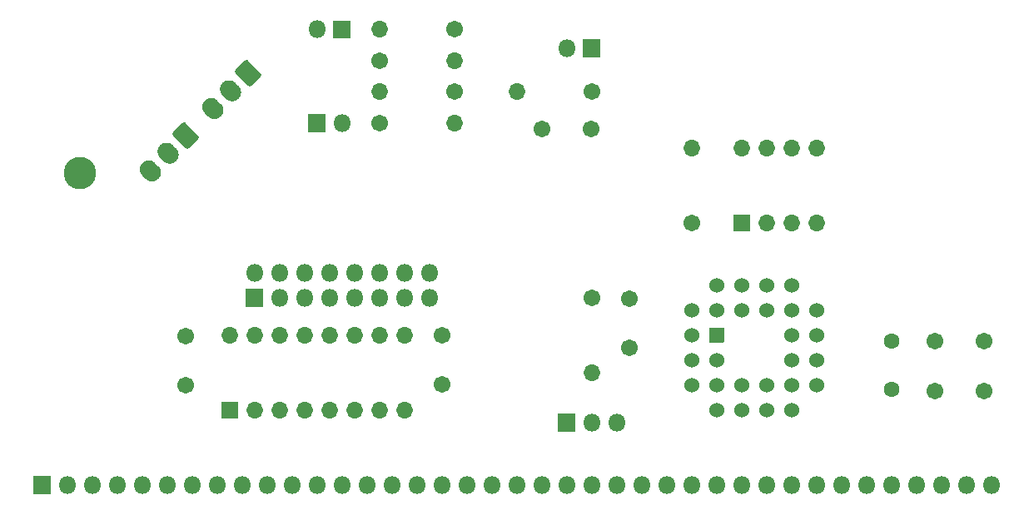
<source format=gbr>
G04 #@! TF.GenerationSoftware,KiCad,Pcbnew,(5.1.10)-1*
G04 #@! TF.CreationDate,2021-10-20T19:59:30+02:00*
G04 #@! TF.ProjectId,Arcnet,4172636e-6574-42e6-9b69-6361645f7063,rev?*
G04 #@! TF.SameCoordinates,Original*
G04 #@! TF.FileFunction,Soldermask,Top*
G04 #@! TF.FilePolarity,Negative*
%FSLAX46Y46*%
G04 Gerber Fmt 4.6, Leading zero omitted, Abs format (unit mm)*
G04 Created by KiCad (PCBNEW (5.1.10)-1) date 2021-10-20 19:59:30*
%MOMM*%
%LPD*%
G01*
G04 APERTURE LIST*
%ADD10C,1.524400*%
%ADD11O,1.702000X1.702000*%
%ADD12C,1.702000*%
%ADD13C,1.602000*%
%ADD14O,1.802000X1.802000*%
%ADD15C,3.302000*%
%ADD16C,0.100000*%
G04 APERTURE END LIST*
D10*
X183515000Y-99695000D03*
X186055000Y-99695000D03*
X188595000Y-99695000D03*
X180975000Y-102235000D03*
X186055000Y-102235000D03*
X188595000Y-102235000D03*
X191135000Y-102235000D03*
X193675000Y-102235000D03*
X193675000Y-104775000D03*
X193675000Y-107315000D03*
X193675000Y-109855000D03*
X191135000Y-99695000D03*
X191135000Y-104775000D03*
X191135000Y-107315000D03*
X191135000Y-109855000D03*
X191135000Y-112395000D03*
X188595000Y-112395000D03*
X186055000Y-112395000D03*
X183515000Y-112395000D03*
X188595000Y-109855000D03*
X186055000Y-109855000D03*
X183515000Y-109855000D03*
X180975000Y-104775000D03*
X180975000Y-109855000D03*
X180975000Y-107315000D03*
X183515000Y-102235000D03*
X183515000Y-107315000D03*
G36*
G01*
X184226200Y-105537200D02*
X182803800Y-105537200D01*
G75*
G02*
X182752800Y-105486200I0J51000D01*
G01*
X182752800Y-104063800D01*
G75*
G02*
X182803800Y-104012800I51000J0D01*
G01*
X184226200Y-104012800D01*
G75*
G02*
X184277200Y-104063800I0J-51000D01*
G01*
X184277200Y-105486200D01*
G75*
G02*
X184226200Y-105537200I-51000J0D01*
G01*
G37*
D11*
X170815000Y-108585000D03*
D12*
X170815000Y-100965000D03*
X155575000Y-104775000D03*
X155575000Y-109775000D03*
D13*
X201295000Y-110290000D03*
X201295000Y-105410000D03*
D14*
X173355000Y-113665000D03*
X170815000Y-113665000D03*
G36*
G01*
X169125000Y-114566000D02*
X167425000Y-114566000D01*
G75*
G02*
X167374000Y-114515000I0J51000D01*
G01*
X167374000Y-112815000D01*
G75*
G02*
X167425000Y-112764000I51000J0D01*
G01*
X169125000Y-112764000D01*
G75*
G02*
X169176000Y-112815000I0J-51000D01*
G01*
X169176000Y-114515000D01*
G75*
G02*
X169125000Y-114566000I-51000J0D01*
G01*
G37*
D11*
X180975000Y-85725000D03*
D12*
X180975000Y-93345000D03*
X170735000Y-83820000D03*
X165735000Y-83820000D03*
D11*
X186055000Y-85725000D03*
X193675000Y-93345000D03*
X188595000Y-85725000D03*
X191135000Y-93345000D03*
X191135000Y-85725000D03*
X188595000Y-93345000D03*
X193675000Y-85725000D03*
G36*
G01*
X186855000Y-94196000D02*
X185255000Y-94196000D01*
G75*
G02*
X185204000Y-94145000I0J51000D01*
G01*
X185204000Y-92545000D01*
G75*
G02*
X185255000Y-92494000I51000J0D01*
G01*
X186855000Y-92494000D01*
G75*
G02*
X186906000Y-92545000I0J-51000D01*
G01*
X186906000Y-94145000D01*
G75*
G02*
X186855000Y-94196000I-51000J0D01*
G01*
G37*
X149225000Y-73660000D03*
D12*
X156845000Y-73660000D03*
D11*
X156845000Y-83185000D03*
D12*
X149225000Y-83185000D03*
D14*
X142875000Y-73660000D03*
G36*
G01*
X144565000Y-72759000D02*
X146265000Y-72759000D01*
G75*
G02*
X146316000Y-72810000I0J-51000D01*
G01*
X146316000Y-74510000D01*
G75*
G02*
X146265000Y-74561000I-51000J0D01*
G01*
X144565000Y-74561000D01*
G75*
G02*
X144514000Y-74510000I0J51000D01*
G01*
X144514000Y-72810000D01*
G75*
G02*
X144565000Y-72759000I51000J0D01*
G01*
G37*
X145415000Y-83185000D03*
G36*
G01*
X143725000Y-84086000D02*
X142025000Y-84086000D01*
G75*
G02*
X141974000Y-84035000I0J51000D01*
G01*
X141974000Y-82335000D01*
G75*
G02*
X142025000Y-82284000I51000J0D01*
G01*
X143725000Y-82284000D01*
G75*
G02*
X143776000Y-82335000I0J-51000D01*
G01*
X143776000Y-84035000D01*
G75*
G02*
X143725000Y-84086000I-51000J0D01*
G01*
G37*
G36*
G01*
X132790044Y-80886758D02*
X133108242Y-81204956D01*
G75*
G02*
X133108242Y-82507446I-651245J-651245D01*
G01*
X133108242Y-82507446D01*
G75*
G02*
X131805752Y-82507446I-651245J651245D01*
G01*
X131487554Y-82189248D01*
G75*
G02*
X131487554Y-80886758I651245J651245D01*
G01*
X131487554Y-80886758D01*
G75*
G02*
X132790044Y-80886758I651245J-651245D01*
G01*
G37*
G36*
G01*
X134586095Y-79090707D02*
X134904293Y-79408905D01*
G75*
G02*
X134904293Y-80711395I-651245J-651245D01*
G01*
X134904293Y-80711395D01*
G75*
G02*
X133601803Y-80711395I-651245J651245D01*
G01*
X133283605Y-80393197D01*
G75*
G02*
X133283605Y-79090707I651245J651245D01*
G01*
X133283605Y-79090707D01*
G75*
G02*
X134586095Y-79090707I651245J-651245D01*
G01*
G37*
G36*
G01*
X135918040Y-76830549D02*
X137164451Y-78076960D01*
G75*
G02*
X137164451Y-78451238I-187139J-187139D01*
G01*
X136236238Y-79379451D01*
G75*
G02*
X135861960Y-79379451I-187139J187139D01*
G01*
X134615549Y-78133040D01*
G75*
G02*
X134615549Y-77758762I187139J187139D01*
G01*
X135543762Y-76830549D01*
G75*
G02*
X135918040Y-76830549I187139J-187139D01*
G01*
G37*
G36*
G01*
X126440044Y-87236758D02*
X126758242Y-87554956D01*
G75*
G02*
X126758242Y-88857446I-651245J-651245D01*
G01*
X126758242Y-88857446D01*
G75*
G02*
X125455752Y-88857446I-651245J651245D01*
G01*
X125137554Y-88539248D01*
G75*
G02*
X125137554Y-87236758I651245J651245D01*
G01*
X125137554Y-87236758D01*
G75*
G02*
X126440044Y-87236758I651245J-651245D01*
G01*
G37*
G36*
G01*
X128236095Y-85440707D02*
X128554293Y-85758905D01*
G75*
G02*
X128554293Y-87061395I-651245J-651245D01*
G01*
X128554293Y-87061395D01*
G75*
G02*
X127251803Y-87061395I-651245J651245D01*
G01*
X126933605Y-86743197D01*
G75*
G02*
X126933605Y-85440707I651245J651245D01*
G01*
X126933605Y-85440707D01*
G75*
G02*
X128236095Y-85440707I651245J-651245D01*
G01*
G37*
G36*
G01*
X129568040Y-83180549D02*
X130814451Y-84426960D01*
G75*
G02*
X130814451Y-84801238I-187139J-187139D01*
G01*
X129886238Y-85729451D01*
G75*
G02*
X129511960Y-85729451I-187139J187139D01*
G01*
X128265549Y-84483040D01*
G75*
G02*
X128265549Y-84108762I187139J187139D01*
G01*
X129193762Y-83180549D01*
G75*
G02*
X129568040Y-83180549I187139J-187139D01*
G01*
G37*
D11*
X156845000Y-76835000D03*
D12*
X149225000Y-76835000D03*
D11*
X149225000Y-80010000D03*
D12*
X156845000Y-80010000D03*
D11*
X163195000Y-80010000D03*
D12*
X170815000Y-80010000D03*
D14*
X168275000Y-75565000D03*
G36*
G01*
X169965000Y-74664000D02*
X171665000Y-74664000D01*
G75*
G02*
X171716000Y-74715000I0J-51000D01*
G01*
X171716000Y-76415000D01*
G75*
G02*
X171665000Y-76466000I-51000J0D01*
G01*
X169965000Y-76466000D01*
G75*
G02*
X169914000Y-76415000I0J51000D01*
G01*
X169914000Y-74715000D01*
G75*
G02*
X169965000Y-74664000I51000J0D01*
G01*
G37*
D12*
X174625000Y-101045000D03*
X174625000Y-106045000D03*
X129540000Y-104855000D03*
X129540000Y-109855000D03*
D11*
X133985000Y-104775000D03*
X151765000Y-112395000D03*
X136525000Y-104775000D03*
X149225000Y-112395000D03*
X139065000Y-104775000D03*
X146685000Y-112395000D03*
X141605000Y-104775000D03*
X144145000Y-112395000D03*
X144145000Y-104775000D03*
X141605000Y-112395000D03*
X146685000Y-104775000D03*
X139065000Y-112395000D03*
X149225000Y-104775000D03*
X136525000Y-112395000D03*
X151765000Y-104775000D03*
G36*
G01*
X134785000Y-113246000D02*
X133185000Y-113246000D01*
G75*
G02*
X133134000Y-113195000I0J51000D01*
G01*
X133134000Y-111595000D01*
G75*
G02*
X133185000Y-111544000I51000J0D01*
G01*
X134785000Y-111544000D01*
G75*
G02*
X134836000Y-111595000I0J-51000D01*
G01*
X134836000Y-113195000D01*
G75*
G02*
X134785000Y-113246000I-51000J0D01*
G01*
G37*
D14*
X154305000Y-98425000D03*
X154305000Y-100965000D03*
X151765000Y-98425000D03*
X151765000Y-100965000D03*
X149225000Y-98425000D03*
X149225000Y-100965000D03*
X146685000Y-98425000D03*
X146685000Y-100965000D03*
X144145000Y-98425000D03*
X144145000Y-100965000D03*
X141605000Y-98425000D03*
X141605000Y-100965000D03*
X139065000Y-98425000D03*
X139065000Y-100965000D03*
X136525000Y-98425000D03*
G36*
G01*
X137375000Y-101866000D02*
X135675000Y-101866000D01*
G75*
G02*
X135624000Y-101815000I0J51000D01*
G01*
X135624000Y-100115000D01*
G75*
G02*
X135675000Y-100064000I51000J0D01*
G01*
X137375000Y-100064000D01*
G75*
G02*
X137426000Y-100115000I0J-51000D01*
G01*
X137426000Y-101815000D01*
G75*
G02*
X137375000Y-101866000I-51000J0D01*
G01*
G37*
D12*
X210740000Y-110490000D03*
X205740000Y-110490000D03*
X210740000Y-105410000D03*
X205740000Y-105410000D03*
D14*
X211455000Y-120015000D03*
X208915000Y-120015000D03*
X206375000Y-120015000D03*
X203835000Y-120015000D03*
X201295000Y-120015000D03*
X198755000Y-120015000D03*
X196215000Y-120015000D03*
X193675000Y-120015000D03*
X191135000Y-120015000D03*
X188595000Y-120015000D03*
X186055000Y-120015000D03*
X183515000Y-120015000D03*
X180975000Y-120015000D03*
X178435000Y-120015000D03*
X175895000Y-120015000D03*
X173355000Y-120015000D03*
X170815000Y-120015000D03*
X168275000Y-120015000D03*
X165735000Y-120015000D03*
X163195000Y-120015000D03*
X160655000Y-120015000D03*
X158115000Y-120015000D03*
X155575000Y-120015000D03*
X153035000Y-120015000D03*
X150495000Y-120015000D03*
X147955000Y-120015000D03*
X145415000Y-120015000D03*
X142875000Y-120015000D03*
X140335000Y-120015000D03*
X137795000Y-120015000D03*
X135255000Y-120015000D03*
X132715000Y-120015000D03*
X130175000Y-120015000D03*
X127635000Y-120015000D03*
X125095000Y-120015000D03*
X122555000Y-120015000D03*
X120015000Y-120015000D03*
X117475000Y-120015000D03*
G36*
G01*
X115785000Y-120916000D02*
X114085000Y-120916000D01*
G75*
G02*
X114034000Y-120865000I0J51000D01*
G01*
X114034000Y-119165000D01*
G75*
G02*
X114085000Y-119114000I51000J0D01*
G01*
X115785000Y-119114000D01*
G75*
G02*
X115836000Y-119165000I0J-51000D01*
G01*
X115836000Y-120865000D01*
G75*
G02*
X115785000Y-120916000I-51000J0D01*
G01*
G37*
D15*
X118745000Y-88265000D03*
D16*
G36*
X129513235Y-85727910D02*
G01*
X129553181Y-85760693D01*
X129598589Y-85784963D01*
X129647863Y-85799911D01*
X129699099Y-85804957D01*
X129750335Y-85799911D01*
X129799609Y-85784963D01*
X129845017Y-85760693D01*
X129884963Y-85727910D01*
X129886937Y-85727584D01*
X129888205Y-85729130D01*
X129887646Y-85730870D01*
X129828064Y-85790452D01*
X129827919Y-85790584D01*
X129796777Y-85816142D01*
X129796451Y-85816360D01*
X129766449Y-85832396D01*
X129766087Y-85832546D01*
X129733539Y-85842420D01*
X129733154Y-85842496D01*
X129699295Y-85845830D01*
X129698903Y-85845830D01*
X129665044Y-85842496D01*
X129664659Y-85842420D01*
X129632111Y-85832546D01*
X129631749Y-85832396D01*
X129601747Y-85816360D01*
X129601421Y-85816142D01*
X129570279Y-85790584D01*
X129570134Y-85790452D01*
X129510552Y-85730870D01*
X129510034Y-85728938D01*
X129511448Y-85727524D01*
X129513235Y-85727910D01*
G37*
G36*
X130815870Y-84425552D02*
G01*
X130875452Y-84485134D01*
X130875584Y-84485279D01*
X130901142Y-84516421D01*
X130901360Y-84516747D01*
X130917396Y-84546749D01*
X130917546Y-84547111D01*
X130927420Y-84579659D01*
X130927496Y-84580044D01*
X130930830Y-84613903D01*
X130930830Y-84614295D01*
X130927496Y-84648154D01*
X130927420Y-84648539D01*
X130917546Y-84681087D01*
X130917396Y-84681449D01*
X130901360Y-84711451D01*
X130901142Y-84711777D01*
X130875584Y-84742919D01*
X130875452Y-84743064D01*
X130815870Y-84802646D01*
X130813938Y-84803164D01*
X130812524Y-84801750D01*
X130812910Y-84799963D01*
X130845693Y-84760017D01*
X130869963Y-84714609D01*
X130884911Y-84665335D01*
X130889957Y-84614099D01*
X130884911Y-84562863D01*
X130869963Y-84513589D01*
X130845693Y-84468181D01*
X130812910Y-84428235D01*
X130812584Y-84426261D01*
X130814130Y-84424993D01*
X130815870Y-84425552D01*
G37*
G36*
X128267476Y-84108250D02*
G01*
X128267090Y-84110037D01*
X128234307Y-84149983D01*
X128210037Y-84195391D01*
X128195089Y-84244665D01*
X128190043Y-84295901D01*
X128195089Y-84347137D01*
X128210037Y-84396411D01*
X128234307Y-84441819D01*
X128267090Y-84481765D01*
X128267416Y-84483739D01*
X128265870Y-84485007D01*
X128264130Y-84484448D01*
X128204548Y-84424866D01*
X128204416Y-84424721D01*
X128178858Y-84393579D01*
X128178640Y-84393253D01*
X128162604Y-84363251D01*
X128162454Y-84362889D01*
X128152580Y-84330341D01*
X128152504Y-84329956D01*
X128149170Y-84296097D01*
X128149170Y-84295705D01*
X128152504Y-84261846D01*
X128152580Y-84261461D01*
X128162454Y-84228913D01*
X128162604Y-84228551D01*
X128178640Y-84198549D01*
X128178858Y-84198223D01*
X128204416Y-84167081D01*
X128204548Y-84166936D01*
X128264130Y-84107354D01*
X128266062Y-84106836D01*
X128267476Y-84108250D01*
G37*
G36*
X129414956Y-83067504D02*
G01*
X129415341Y-83067580D01*
X129447889Y-83077454D01*
X129448251Y-83077604D01*
X129478253Y-83093640D01*
X129478579Y-83093858D01*
X129509721Y-83119416D01*
X129509866Y-83119548D01*
X129569448Y-83179130D01*
X129569966Y-83181062D01*
X129568552Y-83182476D01*
X129566765Y-83182090D01*
X129526819Y-83149307D01*
X129481411Y-83125037D01*
X129432137Y-83110089D01*
X129380901Y-83105043D01*
X129329665Y-83110089D01*
X129280391Y-83125037D01*
X129234983Y-83149307D01*
X129195037Y-83182090D01*
X129193063Y-83182416D01*
X129191795Y-83180870D01*
X129192354Y-83179130D01*
X129251936Y-83119548D01*
X129252081Y-83119416D01*
X129283223Y-83093858D01*
X129283549Y-83093640D01*
X129313551Y-83077604D01*
X129313913Y-83077454D01*
X129346461Y-83067580D01*
X129346846Y-83067504D01*
X129380705Y-83064170D01*
X129381097Y-83064170D01*
X129414956Y-83067504D01*
G37*
G36*
X135863235Y-79377910D02*
G01*
X135903181Y-79410693D01*
X135948589Y-79434963D01*
X135997863Y-79449911D01*
X136049099Y-79454957D01*
X136100335Y-79449911D01*
X136149609Y-79434963D01*
X136195017Y-79410693D01*
X136234963Y-79377910D01*
X136236937Y-79377584D01*
X136238205Y-79379130D01*
X136237646Y-79380870D01*
X136178064Y-79440452D01*
X136177919Y-79440584D01*
X136146777Y-79466142D01*
X136146451Y-79466360D01*
X136116449Y-79482396D01*
X136116087Y-79482546D01*
X136083539Y-79492420D01*
X136083154Y-79492496D01*
X136049295Y-79495830D01*
X136048903Y-79495830D01*
X136015044Y-79492496D01*
X136014659Y-79492420D01*
X135982111Y-79482546D01*
X135981749Y-79482396D01*
X135951747Y-79466360D01*
X135951421Y-79466142D01*
X135920279Y-79440584D01*
X135920134Y-79440452D01*
X135860552Y-79380870D01*
X135860034Y-79378938D01*
X135861448Y-79377524D01*
X135863235Y-79377910D01*
G37*
G36*
X137165870Y-78075552D02*
G01*
X137225452Y-78135134D01*
X137225584Y-78135279D01*
X137251142Y-78166421D01*
X137251360Y-78166747D01*
X137267396Y-78196749D01*
X137267546Y-78197111D01*
X137277420Y-78229659D01*
X137277496Y-78230044D01*
X137280830Y-78263903D01*
X137280830Y-78264295D01*
X137277496Y-78298154D01*
X137277420Y-78298539D01*
X137267546Y-78331087D01*
X137267396Y-78331449D01*
X137251360Y-78361451D01*
X137251142Y-78361777D01*
X137225584Y-78392919D01*
X137225452Y-78393064D01*
X137165870Y-78452646D01*
X137163938Y-78453164D01*
X137162524Y-78451750D01*
X137162910Y-78449963D01*
X137195693Y-78410017D01*
X137219963Y-78364609D01*
X137234911Y-78315335D01*
X137239957Y-78264099D01*
X137234911Y-78212863D01*
X137219963Y-78163589D01*
X137195693Y-78118181D01*
X137162910Y-78078235D01*
X137162584Y-78076261D01*
X137164130Y-78074993D01*
X137165870Y-78075552D01*
G37*
G36*
X134617476Y-77758250D02*
G01*
X134617090Y-77760037D01*
X134584307Y-77799983D01*
X134560037Y-77845391D01*
X134545089Y-77894665D01*
X134540043Y-77945901D01*
X134545089Y-77997137D01*
X134560037Y-78046411D01*
X134584307Y-78091819D01*
X134617090Y-78131765D01*
X134617416Y-78133739D01*
X134615870Y-78135007D01*
X134614130Y-78134448D01*
X134554548Y-78074866D01*
X134554416Y-78074721D01*
X134528858Y-78043579D01*
X134528640Y-78043253D01*
X134512604Y-78013251D01*
X134512454Y-78012889D01*
X134502580Y-77980341D01*
X134502504Y-77979956D01*
X134499170Y-77946097D01*
X134499170Y-77945705D01*
X134502504Y-77911846D01*
X134502580Y-77911461D01*
X134512454Y-77878913D01*
X134512604Y-77878551D01*
X134528640Y-77848549D01*
X134528858Y-77848223D01*
X134554416Y-77817081D01*
X134554548Y-77816936D01*
X134614130Y-77757354D01*
X134616062Y-77756836D01*
X134617476Y-77758250D01*
G37*
G36*
X135764956Y-76717504D02*
G01*
X135765341Y-76717580D01*
X135797889Y-76727454D01*
X135798251Y-76727604D01*
X135828253Y-76743640D01*
X135828579Y-76743858D01*
X135859721Y-76769416D01*
X135859866Y-76769548D01*
X135919448Y-76829130D01*
X135919966Y-76831062D01*
X135918552Y-76832476D01*
X135916765Y-76832090D01*
X135876819Y-76799307D01*
X135831411Y-76775037D01*
X135782137Y-76760089D01*
X135730901Y-76755043D01*
X135679665Y-76760089D01*
X135630391Y-76775037D01*
X135584983Y-76799307D01*
X135545037Y-76832090D01*
X135543063Y-76832416D01*
X135541795Y-76830870D01*
X135542354Y-76829130D01*
X135601936Y-76769548D01*
X135602081Y-76769416D01*
X135633223Y-76743858D01*
X135633549Y-76743640D01*
X135663551Y-76727604D01*
X135663913Y-76727454D01*
X135696461Y-76717580D01*
X135696846Y-76717504D01*
X135730705Y-76714170D01*
X135731097Y-76714170D01*
X135764956Y-76717504D01*
G37*
M02*

</source>
